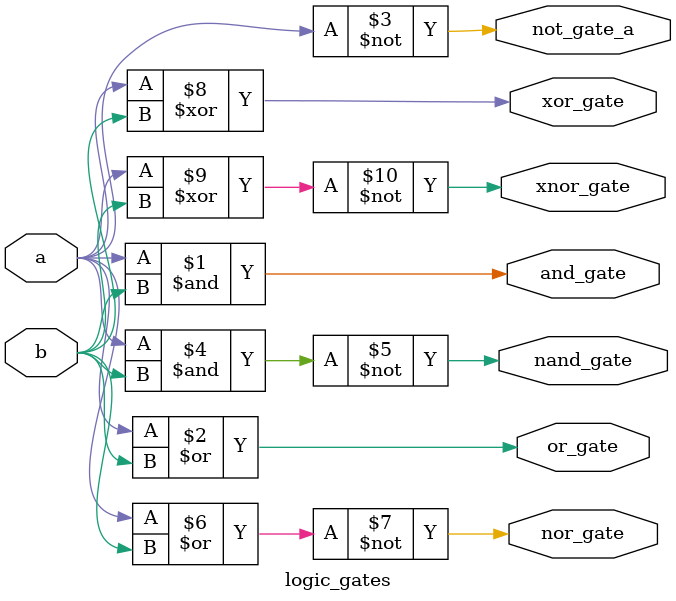
<source format=v>

module logic_gates (
    input wire a,
    input wire b,
    output wire and_gate,
    output wire or_gate,
    output wire not_gate_a,
    output wire nand_gate,
    output wire nor_gate,
    output wire xor_gate,
    output wire xnor_gate
);

// Logic gate implementations
assign and_gate = a & b;
assign or_gate = a | b;
assign not_gate_a = ~a;
assign nand_gate = ~(a & b);
assign nor_gate = ~(a | b);
assign xor_gate = a ^ b;
assign xnor_gate = ~(a ^ b);

endmodule

</source>
